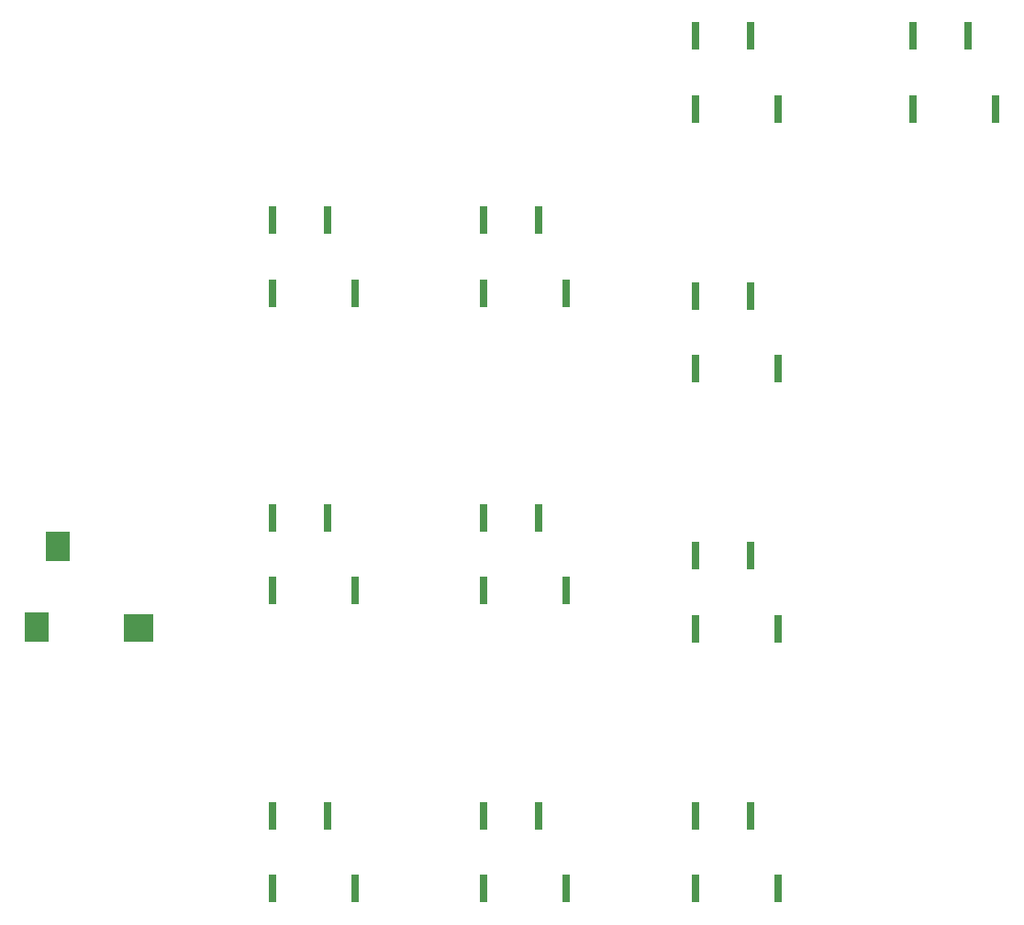
<source format=gbr>
%TF.GenerationSoftware,KiCad,Pcbnew,8.0.0*%
%TF.CreationDate,2024-03-27T17:18:48-07:00*%
%TF.ProjectId,honda radio,686f6e64-6120-4726-9164-696f2e6b6963,rev?*%
%TF.SameCoordinates,Original*%
%TF.FileFunction,Paste,Top*%
%TF.FilePolarity,Positive*%
%FSLAX46Y46*%
G04 Gerber Fmt 4.6, Leading zero omitted, Abs format (unit mm)*
G04 Created by KiCad (PCBNEW 8.0.0) date 2024-03-27 17:18:48*
%MOMM*%
%LPD*%
G01*
G04 APERTURE LIST*
%ADD10R,0.800000X2.660000*%
%ADD11R,2.200000X2.800000*%
%ADD12R,2.800000X2.600000*%
G04 APERTURE END LIST*
D10*
%TO.C,K8*%
X131690000Y-74630000D03*
X126610000Y-74630000D03*
X126610000Y-81370000D03*
X134230000Y-81370000D03*
%TD*%
%TO.C,K7*%
X131690000Y-102130000D03*
X126610000Y-102130000D03*
X126610000Y-108870000D03*
X134230000Y-108870000D03*
%TD*%
%TO.C,K6*%
X131690000Y-129630000D03*
X126610000Y-129630000D03*
X126610000Y-136370000D03*
X134230000Y-136370000D03*
%TD*%
%TO.C,K1*%
X151190000Y-129630000D03*
X146110000Y-129630000D03*
X146110000Y-136370000D03*
X153730000Y-136370000D03*
%TD*%
D11*
%TO.C,J5*%
X85320000Y-112200000D03*
D12*
X94720000Y-112300000D03*
D11*
X87320000Y-104800000D03*
%TD*%
D10*
%TO.C,K3*%
X151190000Y-81630000D03*
X146110000Y-81630000D03*
X146110000Y-88370000D03*
X153730000Y-88370000D03*
%TD*%
%TO.C,K12*%
X112190000Y-74630000D03*
X107110000Y-74630000D03*
X107110000Y-81370000D03*
X114730000Y-81370000D03*
%TD*%
%TO.C,K4*%
X151190000Y-57630000D03*
X146110000Y-57630000D03*
X146110000Y-64370000D03*
X153730000Y-64370000D03*
%TD*%
%TO.C,K11*%
X112190000Y-102130000D03*
X107110000Y-102130000D03*
X107110000Y-108870000D03*
X114730000Y-108870000D03*
%TD*%
%TO.C,K5*%
X171275000Y-57630000D03*
X166195000Y-57630000D03*
X166195000Y-64370000D03*
X173815000Y-64370000D03*
%TD*%
%TO.C,K2*%
X151190000Y-105630000D03*
X146110000Y-105630000D03*
X146110000Y-112370000D03*
X153730000Y-112370000D03*
%TD*%
%TO.C,K10*%
X112190000Y-129630000D03*
X107110000Y-129630000D03*
X107110000Y-136370000D03*
X114730000Y-136370000D03*
%TD*%
M02*

</source>
